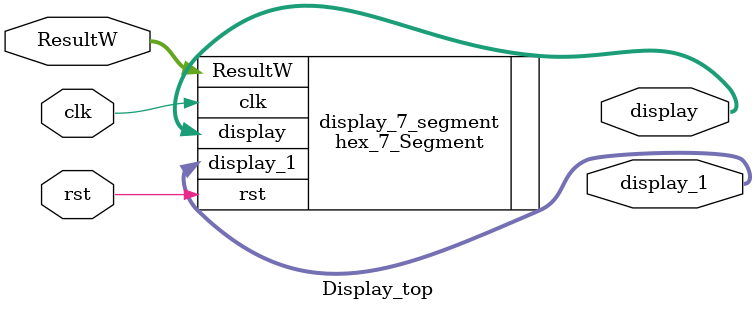
<source format=v>
`timescale 1ns / 1ps



module Display_top(clk,ResultW,rst,display,display_1);

input clk,rst;

input wire [31:0] ResultW;

output [6:0] display;
output [6:0] display_1;


hex_7_Segment display_7_segment(
                                .clk(clk),
                                .rst(rst),
                                .ResultW(ResultW),
                                .display(display),
                                .display_1(display_1)
                               
                                );

endmodule
</source>
